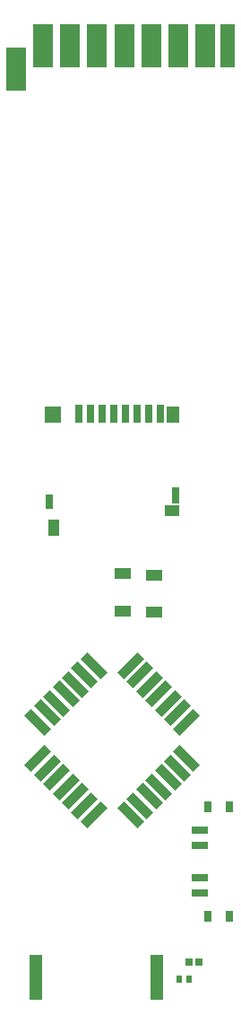
<source format=gtp>
G04*
G04 #@! TF.GenerationSoftware,Altium Limited,Altium Designer,25.2.1 (25)*
G04*
G04 Layer_Color=8421504*
%FSLAX24Y24*%
%MOIN*%
G70*
G04*
G04 #@! TF.SameCoordinates,7B2066EB-CBC2-4D7E-9A59-9876444C2551*
G04*
G04*
G04 #@! TF.FilePolarity,Positive*
G04*
G01*
G75*
%ADD16R,0.0591X0.0276*%
%ADD17R,0.0315X0.0394*%
%ADD18R,0.0282X0.0265*%
%ADD19R,0.0201X0.0287*%
%ADD20R,0.0630X0.0400*%
%ADD21R,0.0276X0.0689*%
%ADD22R,0.0394X0.0610*%
%ADD23R,0.0571X0.0394*%
%ADD24R,0.0591X0.0591*%
%ADD25R,0.0512X0.0591*%
%ADD26R,0.0315X0.0551*%
%ADD27R,0.0315X0.0591*%
%ADD28R,0.0575X0.1614*%
%ADD29R,0.0764X0.1614*%
%ADD30R,0.0453X0.1654*%
G04:AMPARAMS|DCode=31|XSize=37mil|YSize=107mil|CornerRadius=0mil|HoleSize=0mil|Usage=FLASHONLY|Rotation=45.000|XOffset=0mil|YOffset=0mil|HoleType=Round|Shape=Rectangle|*
%AMROTATEDRECTD31*
4,1,4,0.0247,-0.0509,-0.0509,0.0247,-0.0247,0.0509,0.0509,-0.0247,0.0247,-0.0509,0.0*
%
%ADD31ROTATEDRECTD31*%

G04:AMPARAMS|DCode=32|XSize=37mil|YSize=107mil|CornerRadius=0mil|HoleSize=0mil|Usage=FLASHONLY|Rotation=135.000|XOffset=0mil|YOffset=0mil|HoleType=Round|Shape=Rectangle|*
%AMROTATEDRECTD32*
4,1,4,0.0509,0.0247,-0.0247,-0.0509,-0.0509,-0.0247,0.0247,0.0509,0.0509,0.0247,0.0*
%
%ADD32ROTATEDRECTD32*%

D16*
X7266Y4669D02*
D03*
Y5259D02*
D03*
Y6441D02*
D03*
Y7031D02*
D03*
D17*
X7541Y3822D02*
D03*
Y7878D02*
D03*
X8368Y3822D02*
D03*
Y7878D02*
D03*
D18*
X6860Y2113D02*
D03*
X7237D02*
D03*
D19*
X6862Y1500D02*
D03*
X6500D02*
D03*
D20*
X4400Y16540D02*
D03*
Y15160D02*
D03*
X5550Y15120D02*
D03*
Y16500D02*
D03*
D21*
X2750Y22500D02*
D03*
X3183D02*
D03*
X3616D02*
D03*
X4049D02*
D03*
X4482D02*
D03*
X4915D02*
D03*
X5348D02*
D03*
X5781D02*
D03*
D22*
X1815Y18248D02*
D03*
D23*
X6224Y18868D02*
D03*
D24*
X1785Y22451D02*
D03*
D25*
X6254D02*
D03*
D26*
X1657Y19203D02*
D03*
D27*
X6352Y19459D02*
D03*
D28*
X8305Y36150D02*
D03*
D29*
X6455D02*
D03*
X5449D02*
D03*
X4443D02*
D03*
X3437D02*
D03*
X2431D02*
D03*
X419Y35284D02*
D03*
X7461Y36140D02*
D03*
X1425Y36150D02*
D03*
D30*
X5650Y1550D02*
D03*
X1142D02*
D03*
D31*
X6769Y9669D02*
D03*
X6421Y9321D02*
D03*
X6073Y8973D02*
D03*
X5725Y8625D02*
D03*
X5377Y8277D02*
D03*
X5029Y7929D02*
D03*
X4681Y7581D02*
D03*
X1231Y11031D02*
D03*
X1579Y11379D02*
D03*
X1927Y11727D02*
D03*
X2275Y12075D02*
D03*
X2623Y12423D02*
D03*
X2971Y12771D02*
D03*
X3319Y13119D02*
D03*
D32*
Y7581D02*
D03*
X2971Y7929D02*
D03*
X2623Y8277D02*
D03*
X2275Y8625D02*
D03*
X1927Y8973D02*
D03*
X1579Y9321D02*
D03*
X1231Y9669D02*
D03*
X4681Y13119D02*
D03*
X5029Y12771D02*
D03*
X5377Y12423D02*
D03*
X5725Y12075D02*
D03*
X6073Y11727D02*
D03*
X6421Y11379D02*
D03*
X6769Y11031D02*
D03*
M02*

</source>
